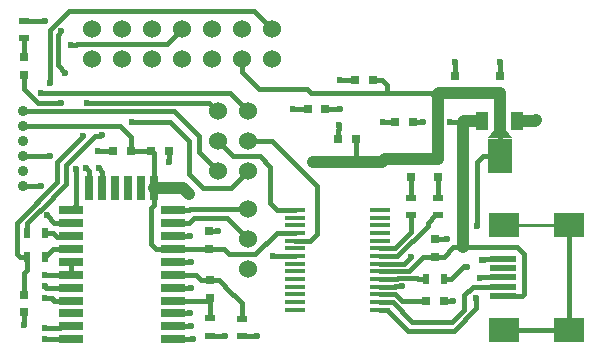
<source format=gtl>
G04 #@! TF.FileFunction,Copper,L1,Top,Signal*
%FSLAX46Y46*%
G04 Gerber Fmt 4.6, Leading zero omitted, Abs format (unit mm)*
G04 Created by KiCad (PCBNEW (2015-10-22 BZR 6274, Git d63c017)-product) date Sat Oct 24 14:44:23 2015*
%MOMM*%
G01*
G04 APERTURE LIST*
%ADD10C,0.100000*%
%ADD11R,0.750000X0.800000*%
%ADD12R,0.800000X0.750000*%
%ADD13R,2.301240X0.500380*%
%ADD14R,2.499360X1.998980*%
%ADD15R,0.797560X0.797560*%
%ADD16R,0.900000X0.500000*%
%ADD17R,0.500000X0.900000*%
%ADD18C,0.900000*%
%ADD19C,1.524000*%
%ADD20R,1.000760X1.501140*%
%ADD21R,1.998980X2.999740*%
%ADD22R,1.750000X0.450000*%
%ADD23R,2.000000X0.700000*%
%ADD24R,0.700000X2.000000*%
%ADD25C,0.600000*%
%ADD26C,0.400000*%
%ADD27C,1.000000*%
%ADD28C,0.250000*%
G04 APERTURE END LIST*
D10*
D11*
X158500000Y-105150000D03*
X158500000Y-103650000D03*
X154750000Y-105150000D03*
X154750000Y-103650000D03*
D12*
X151150000Y-107600000D03*
X149650000Y-107600000D03*
X147750000Y-104000000D03*
X146250000Y-104000000D03*
X146350000Y-109000000D03*
X144850000Y-109000000D03*
X152250000Y-122750000D03*
X153750000Y-122750000D03*
D11*
X153000000Y-119000000D03*
X153000000Y-117500000D03*
X134000000Y-122500000D03*
X134000000Y-121000000D03*
X133858000Y-118352000D03*
X133858000Y-116852000D03*
D12*
X129000000Y-110000000D03*
X130500000Y-110000000D03*
X127250000Y-110000000D03*
X125750000Y-110000000D03*
X142250000Y-106500000D03*
X143750000Y-106500000D03*
D11*
X118200000Y-122200000D03*
X118200000Y-123700000D03*
D13*
X158800680Y-122350200D03*
X158800680Y-121550100D03*
X158800680Y-120750000D03*
X158800680Y-119949900D03*
X158800680Y-119149800D03*
D14*
X158899740Y-125200080D03*
X164398840Y-125200080D03*
X158899740Y-116299920D03*
X164398840Y-116299920D03*
D15*
X151000000Y-112248600D03*
X151000000Y-110750000D03*
X153250000Y-112249300D03*
X153250000Y-110750700D03*
X118200000Y-102101400D03*
X118200000Y-103600000D03*
D16*
X133985000Y-125706000D03*
X133985000Y-124206000D03*
X136652000Y-125730000D03*
X136652000Y-124230000D03*
D17*
X120000000Y-119000000D03*
X118500000Y-119000000D03*
X120000000Y-117000000D03*
X118500000Y-117000000D03*
D18*
X118110000Y-106680000D03*
X118110000Y-107950000D03*
X118110000Y-109220000D03*
X118110000Y-110490000D03*
X118110000Y-111760000D03*
X118110000Y-113030000D03*
D19*
X139192000Y-99695000D03*
X139192000Y-102235000D03*
X136652000Y-99695000D03*
X136652000Y-102235000D03*
X134112000Y-99695000D03*
X134112000Y-102235000D03*
X131572000Y-99695000D03*
X131572000Y-102235000D03*
X129032000Y-99695000D03*
X129032000Y-102235000D03*
X126492000Y-99695000D03*
X126492000Y-102235000D03*
X123952000Y-99695000D03*
X123952000Y-102235000D03*
D17*
X152250000Y-120900000D03*
X153750000Y-120900000D03*
D16*
X151000000Y-115500000D03*
X151000000Y-114000000D03*
X153250000Y-115500000D03*
X153250000Y-114000000D03*
X118200000Y-100500000D03*
X118200000Y-99000000D03*
D20*
X160001140Y-107500000D03*
X158500000Y-107500000D03*
X156998860Y-107500000D03*
D21*
X158500000Y-110451480D03*
D10*
G36*
X157499240Y-108977010D02*
X157999620Y-108227710D01*
X159000380Y-108227710D01*
X159500760Y-108977010D01*
X157499240Y-108977010D01*
X157499240Y-108977010D01*
G37*
D22*
X141150000Y-115025000D03*
X141150000Y-115675000D03*
X141150000Y-116325000D03*
X141150000Y-116975000D03*
X141150000Y-117625000D03*
X141150000Y-118275000D03*
X141150000Y-118925000D03*
X141150000Y-119575000D03*
X141150000Y-120225000D03*
X141150000Y-120875000D03*
X141150000Y-121525000D03*
X141150000Y-122175000D03*
X141150000Y-122825000D03*
X141150000Y-123475000D03*
X148350000Y-123475000D03*
X148350000Y-122825000D03*
X148350000Y-122175000D03*
X148350000Y-121525000D03*
X148350000Y-120875000D03*
X148350000Y-120225000D03*
X148350000Y-119575000D03*
X148350000Y-118925000D03*
X148350000Y-118275000D03*
X148350000Y-117625000D03*
X148350000Y-116975000D03*
X148350000Y-116325000D03*
X148350000Y-115675000D03*
X148350000Y-115025000D03*
D23*
X130820000Y-126000000D03*
X130820000Y-124900000D03*
X130820000Y-123800000D03*
X130820000Y-122700000D03*
X130820000Y-121600000D03*
X130820000Y-120500000D03*
X130820000Y-119400000D03*
X130820000Y-118300000D03*
X130820000Y-117200000D03*
X130820000Y-116100000D03*
X130820000Y-115000000D03*
D24*
X129250000Y-113200000D03*
X128150000Y-113200000D03*
X127050000Y-113200000D03*
X125950000Y-113200000D03*
X124850000Y-113200000D03*
X123750000Y-113200000D03*
D23*
X122180000Y-115000000D03*
X122180000Y-116100000D03*
X122180000Y-117200000D03*
X122180000Y-118300000D03*
X122180000Y-119400000D03*
X122180000Y-120500000D03*
X122180000Y-121600000D03*
X122180000Y-122700000D03*
X122180000Y-123800000D03*
X122180000Y-124900000D03*
X122180000Y-126000000D03*
D19*
X134620000Y-111760000D03*
X134620000Y-109220000D03*
X134620000Y-106680000D03*
X137160000Y-106680000D03*
X137160000Y-109220000D03*
X137160000Y-111760000D03*
X137160000Y-120015000D03*
X137160000Y-117475000D03*
X137160000Y-114935000D03*
D25*
X156600000Y-116400000D03*
X155700000Y-119900000D03*
X142700000Y-111000000D03*
X132200000Y-113700000D03*
X145000000Y-104000000D03*
X145000000Y-106500000D03*
X121700000Y-103400000D03*
X121400000Y-99900000D03*
X120000000Y-99000000D03*
X144900000Y-107800000D03*
X148600000Y-107600000D03*
X158500000Y-102500000D03*
X154700000Y-102500000D03*
X161501520Y-107500000D03*
X118200000Y-124800000D03*
X137922000Y-125730000D03*
X135279000Y-125706000D03*
X134633000Y-116852000D03*
X154550000Y-122750000D03*
X139325000Y-118925000D03*
X157000000Y-119250000D03*
X154000000Y-117500000D03*
X151000000Y-119000000D03*
X150250000Y-121500000D03*
X130500000Y-111000000D03*
X124500000Y-110000000D03*
X120180000Y-115500000D03*
X132500000Y-126000000D03*
X132400000Y-124900000D03*
X132300000Y-123800000D03*
X132400000Y-121600000D03*
X132400000Y-119400000D03*
X132300000Y-117200000D03*
X124550000Y-111500000D03*
X123500000Y-111500000D03*
X120000000Y-121500000D03*
X120000000Y-120500000D03*
X120000000Y-122500000D03*
X120000000Y-125000000D03*
X120000000Y-126000000D03*
X154300000Y-107600000D03*
X152000000Y-107600000D03*
X141000000Y-106500000D03*
X127400000Y-107600000D03*
X124800000Y-108650010D03*
X123600000Y-105979990D03*
X123200000Y-108800000D03*
X156799999Y-120799999D03*
X156500000Y-122500000D03*
X122600000Y-111600000D03*
X121400000Y-105979990D03*
X122174000Y-101092000D03*
X120396000Y-104267000D03*
X120396000Y-110490000D03*
X119634000Y-113030000D03*
X119634000Y-105156000D03*
D26*
X148279183Y-105150000D02*
X149055306Y-105150000D01*
X149055306Y-105150000D02*
X153375000Y-105150000D01*
X149000000Y-104450000D02*
X149000000Y-105094694D01*
X149000000Y-105094694D02*
X149055306Y-105150000D01*
X147750000Y-104000000D02*
X148550000Y-104000000D01*
X148550000Y-104000000D02*
X149000000Y-104450000D01*
D27*
X142700000Y-111000000D02*
X146350686Y-111000000D01*
X146350686Y-111000000D02*
X148500000Y-111000000D01*
D26*
X146350000Y-109000000D02*
X146350000Y-109775000D01*
X146350000Y-109775000D02*
X146350686Y-109775686D01*
X146350686Y-109775686D02*
X146350686Y-111000000D01*
X158500000Y-108602360D02*
X158500000Y-107500000D01*
X158500000Y-107500000D02*
X158500000Y-110451480D01*
X142550000Y-105150000D02*
X148279183Y-105150000D01*
X148300000Y-105129183D02*
X148279183Y-105150000D01*
X142200000Y-104800000D02*
X142550000Y-105150000D01*
X138139370Y-104800000D02*
X142200000Y-104800000D01*
X136652000Y-102235000D02*
X136652000Y-103312630D01*
X136652000Y-103312630D02*
X138139370Y-104800000D01*
X156600000Y-116400000D02*
X156600000Y-110951990D01*
X156600000Y-110951990D02*
X157100510Y-110451480D01*
X157100510Y-110451480D02*
X158500000Y-110451480D01*
X155500000Y-119800000D02*
X155600000Y-119800000D01*
X155600000Y-119800000D02*
X155700000Y-119900000D01*
X153750000Y-120900000D02*
X154400000Y-120900000D01*
X154400000Y-120900000D02*
X155500000Y-119800000D01*
D27*
X148500000Y-111000000D02*
X148750000Y-110750000D01*
X148750000Y-110750000D02*
X151000000Y-110750000D01*
X131700000Y-113200000D02*
X132200000Y-113700000D01*
X129250000Y-113200000D02*
X131700000Y-113200000D01*
X153250000Y-110750700D02*
X151000700Y-110750700D01*
X151000700Y-110750700D02*
X151000000Y-110750000D01*
X153200000Y-105325000D02*
X153250000Y-105375000D01*
X153250000Y-105375000D02*
X153250000Y-110750700D01*
X154750000Y-105150000D02*
X153375000Y-105150000D01*
X153375000Y-105150000D02*
X153200000Y-105325000D01*
X158500000Y-105150000D02*
X154750000Y-105150000D01*
X158500000Y-105150000D02*
X158500000Y-107500000D01*
D26*
X137800000Y-118800000D02*
X139625000Y-116975000D01*
X139625000Y-116975000D02*
X141150000Y-116975000D01*
X135600000Y-118800000D02*
X137800000Y-118800000D01*
X135152000Y-118352000D02*
X135600000Y-118800000D01*
X133858000Y-118352000D02*
X135152000Y-118352000D01*
X129250000Y-113200000D02*
X129250000Y-114600000D01*
X129250000Y-114600000D02*
X129000000Y-114850000D01*
X129000000Y-114850000D02*
X129000000Y-117880000D01*
X129000000Y-117880000D02*
X129420000Y-118300000D01*
X129420000Y-118300000D02*
X130820000Y-118300000D01*
X126365000Y-107950000D02*
X127250000Y-108835000D01*
X127250000Y-108835000D02*
X127250000Y-110000000D01*
X120269000Y-107950000D02*
X126365000Y-107950000D01*
X120269000Y-107950000D02*
X120523000Y-107950000D01*
X118110000Y-107950000D02*
X120269000Y-107950000D01*
X132700000Y-118300000D02*
X132752000Y-118352000D01*
X132752000Y-118352000D02*
X133858000Y-118352000D01*
X130820000Y-118300000D02*
X132700000Y-118300000D01*
X129000000Y-110000000D02*
X127250000Y-110000000D01*
X129250000Y-113200000D02*
X129250000Y-110250000D01*
X129250000Y-110250000D02*
X129000000Y-110000000D01*
X146250000Y-104000000D02*
X145000000Y-104000000D01*
X143750000Y-106500000D02*
X145000000Y-106500000D01*
X121100001Y-102800001D02*
X121700000Y-103400000D01*
X121400000Y-99900000D02*
X121100001Y-100199999D01*
X121100001Y-100199999D02*
X121100001Y-102800001D01*
X119200000Y-99000000D02*
X120000000Y-99000000D01*
X144900000Y-108175000D02*
X144900000Y-107800000D01*
X144850000Y-109000000D02*
X144850000Y-108225000D01*
X144850000Y-108225000D02*
X144900000Y-108175000D01*
X149650000Y-107600000D02*
X148600000Y-107600000D01*
X158500000Y-102850000D02*
X158500000Y-102500000D01*
X158500000Y-103650000D02*
X158500000Y-102850000D01*
X154700000Y-102800000D02*
X154700000Y-102500000D01*
X154750000Y-103650000D02*
X154750000Y-102850000D01*
X154750000Y-102850000D02*
X154700000Y-102800000D01*
D27*
X161600000Y-107401520D02*
X161501520Y-107500000D01*
X160001140Y-107500000D02*
X161501520Y-107500000D01*
D26*
X118200000Y-99000000D02*
X119200000Y-99000000D01*
X118200000Y-124600000D02*
X118200000Y-124800000D01*
X118200000Y-123700000D02*
X118200000Y-124600000D01*
X137502000Y-125730000D02*
X137922000Y-125730000D01*
X136652000Y-125730000D02*
X137502000Y-125730000D01*
X133985000Y-125706000D02*
X135279000Y-125706000D01*
X134645000Y-116840000D02*
X134633000Y-116852000D01*
X133858000Y-116852000D02*
X134633000Y-116852000D01*
X154559000Y-122741000D02*
X154550000Y-122750000D01*
X153750000Y-122750000D02*
X154550000Y-122750000D01*
X157149860Y-119250000D02*
X157000000Y-119250000D01*
X158800680Y-119149800D02*
X157250060Y-119149800D01*
X157250060Y-119149800D02*
X157149860Y-119250000D01*
X153000000Y-117500000D02*
X154000000Y-117500000D01*
X150425000Y-119575000D02*
X151000000Y-119000000D01*
X150175000Y-119575000D02*
X150425000Y-119575000D01*
X141150000Y-118925000D02*
X139325000Y-118925000D01*
X149650000Y-121500000D02*
X150250000Y-121500000D01*
X148350000Y-121525000D02*
X149625000Y-121525000D01*
X149625000Y-121525000D02*
X149650000Y-121500000D01*
X148350000Y-119575000D02*
X150175000Y-119575000D01*
X130500000Y-110000000D02*
X130500000Y-111000000D01*
X125750000Y-110000000D02*
X124500000Y-110000000D01*
X122180000Y-116100000D02*
X120780000Y-116100000D01*
X120780000Y-116100000D02*
X120180000Y-115500000D01*
X122180000Y-119400000D02*
X122180000Y-120500000D01*
X130820000Y-126000000D02*
X132500000Y-126000000D01*
X130820000Y-124900000D02*
X132400000Y-124900000D01*
X130820000Y-123800000D02*
X132300000Y-123800000D01*
X130820000Y-121600000D02*
X132400000Y-121600000D01*
X130820000Y-119400000D02*
X132400000Y-119400000D01*
X130820000Y-117200000D02*
X132300000Y-117200000D01*
X124850000Y-113200000D02*
X124850000Y-111800000D01*
X124850000Y-111800000D02*
X124550000Y-111500000D01*
X123750000Y-111750000D02*
X123500000Y-111500000D01*
X123750000Y-113200000D02*
X123750000Y-111750000D01*
X120100000Y-121600000D02*
X120000000Y-121500000D01*
X122180000Y-121600000D02*
X120100000Y-121600000D01*
X122180000Y-120500000D02*
X120000000Y-120500000D01*
X120580000Y-122500000D02*
X120000000Y-122500000D01*
X122180000Y-122700000D02*
X120780000Y-122700000D01*
X120780000Y-122700000D02*
X120580000Y-122500000D01*
X121300000Y-125000000D02*
X120000000Y-125000000D01*
X122180000Y-124900000D02*
X121400000Y-124900000D01*
X121400000Y-124900000D02*
X121300000Y-125000000D01*
X120780000Y-126000000D02*
X120000000Y-126000000D01*
X122180000Y-126000000D02*
X120780000Y-126000000D01*
X154300000Y-107600000D02*
X155398480Y-107600000D01*
X155398480Y-107600000D02*
X155400000Y-107598480D01*
X151150000Y-107600000D02*
X152000000Y-107600000D01*
D27*
X155400000Y-118200000D02*
X155400000Y-107598480D01*
X155400000Y-107598480D02*
X155498480Y-107500000D01*
X155498480Y-107500000D02*
X156998860Y-107500000D01*
D26*
X155400000Y-118200000D02*
X160000000Y-118200000D01*
X154575000Y-118200000D02*
X155400000Y-118200000D01*
X153000000Y-119000000D02*
X153775000Y-119000000D01*
X153775000Y-119000000D02*
X154575000Y-118200000D01*
X160000000Y-118200000D02*
X160549519Y-118749519D01*
X160549519Y-118749519D02*
X160549519Y-122151981D01*
X160549519Y-122151981D02*
X160351300Y-122350200D01*
X160351300Y-122350200D02*
X158800680Y-122350200D01*
X150824990Y-120175010D02*
X152000000Y-119000000D01*
X152000000Y-119000000D02*
X153000000Y-119000000D01*
X148350000Y-120225000D02*
X149520002Y-120225000D01*
X149520002Y-120225000D02*
X149569992Y-120175010D01*
X149569992Y-120175010D02*
X150824990Y-120175010D01*
X148350000Y-122175000D02*
X149625000Y-122175000D01*
X149625000Y-122175000D02*
X150200000Y-122750000D01*
X150200000Y-122750000D02*
X151450000Y-122750000D01*
X151450000Y-122750000D02*
X152250000Y-122750000D01*
X134000000Y-122500000D02*
X134000000Y-124191000D01*
X134000000Y-124191000D02*
X133985000Y-124206000D01*
X130820000Y-122700000D02*
X133800000Y-122700000D01*
X133800000Y-122700000D02*
X134000000Y-122500000D01*
X135255000Y-121539000D02*
X136652000Y-122936000D01*
X136652000Y-122936000D02*
X136652000Y-124230000D01*
X135255000Y-121480000D02*
X135255000Y-121539000D01*
X134000000Y-121000000D02*
X134775000Y-121000000D01*
X134775000Y-121000000D02*
X135255000Y-121480000D01*
X132750000Y-120500000D02*
X132750000Y-120525000D01*
X132750000Y-120525000D02*
X133225000Y-121000000D01*
X133225000Y-121000000D02*
X134000000Y-121000000D01*
X130820000Y-120500000D02*
X132750000Y-120500000D01*
X142250000Y-106500000D02*
X141000000Y-106500000D01*
X127400000Y-107600000D02*
X130600000Y-107600000D01*
X130600000Y-107600000D02*
X132200000Y-109200000D01*
X132200000Y-109200000D02*
X132200000Y-112000000D01*
X132200000Y-112000000D02*
X133400000Y-113200000D01*
X133400000Y-113200000D02*
X135720000Y-113200000D01*
X135720000Y-113200000D02*
X137160000Y-111760000D01*
X124200000Y-108800000D02*
X124650010Y-108800000D01*
X124650010Y-108800000D02*
X124800000Y-108650010D01*
X121800000Y-111200000D02*
X124200000Y-108800000D01*
X121800000Y-112800000D02*
X121800000Y-111200000D01*
X120650000Y-114000000D02*
X120650000Y-113950000D01*
X120650000Y-113950000D02*
X121800000Y-112800000D01*
X118500000Y-117000000D02*
X118500000Y-116150000D01*
X118500000Y-116150000D02*
X120650000Y-114000000D01*
X118500000Y-120100000D02*
X118200000Y-120400000D01*
X118200000Y-120400000D02*
X118200000Y-122200000D01*
X118500000Y-119000000D02*
X118500000Y-120100000D01*
X123600000Y-105979990D02*
X133919990Y-105979990D01*
X133919990Y-105979990D02*
X134620000Y-106680000D01*
X121096001Y-110903999D02*
X123200000Y-108800000D01*
X121000000Y-111000000D02*
X121096001Y-110903999D01*
X121000000Y-112700002D02*
X121000000Y-111000000D01*
X117600000Y-118750000D02*
X117600000Y-116100002D01*
X117600000Y-116100002D02*
X121000000Y-112700002D01*
X118500000Y-119000000D02*
X117850000Y-119000000D01*
X117850000Y-119000000D02*
X117600000Y-118750000D01*
X155500000Y-122250000D02*
X156199900Y-121550100D01*
X156199900Y-121550100D02*
X158800680Y-121550100D01*
X155500000Y-123500000D02*
X155500000Y-122250000D01*
X154500000Y-124500000D02*
X155500000Y-123500000D01*
X151101458Y-124500000D02*
X154500000Y-124500000D01*
X148350000Y-122825000D02*
X149426458Y-122825000D01*
X149426458Y-122825000D02*
X151101458Y-124500000D01*
X158800680Y-120750000D02*
X156849998Y-120750000D01*
X156849998Y-120750000D02*
X156799999Y-120799999D01*
X156500000Y-123348542D02*
X156500000Y-122500000D01*
X150775000Y-125250000D02*
X154598542Y-125250000D01*
X154598542Y-125250000D02*
X156500000Y-123348542D01*
X148350000Y-123475000D02*
X149000000Y-123475000D01*
X149000000Y-123475000D02*
X150775000Y-125250000D01*
X164398840Y-125200080D02*
X158899740Y-125200080D01*
X164398840Y-116299920D02*
X164398840Y-117699410D01*
X164398840Y-117699410D02*
X164398840Y-125200080D01*
D28*
X158899740Y-116299920D02*
X164398840Y-116299920D01*
D26*
X151000000Y-114000000D02*
X151000000Y-112248600D01*
X153250000Y-112249300D02*
X153250000Y-114000000D01*
X118200000Y-102101400D02*
X118200000Y-100500000D01*
X122600000Y-111600000D02*
X122600000Y-114580000D01*
X122600000Y-114580000D02*
X122180000Y-115000000D01*
X119441998Y-106000000D02*
X121379990Y-106000000D01*
X121379990Y-106000000D02*
X121400000Y-105979990D01*
X118200000Y-103600000D02*
X118200000Y-104758002D01*
X118200000Y-104758002D02*
X119441998Y-106000000D01*
X120700000Y-118300000D02*
X120000000Y-119000000D01*
X122180000Y-118300000D02*
X120700000Y-118300000D01*
X121000000Y-117350000D02*
X122030000Y-117350000D01*
X122030000Y-117350000D02*
X122180000Y-117200000D01*
X120000000Y-117000000D02*
X120650000Y-117000000D01*
X120650000Y-117000000D02*
X121000000Y-117350000D01*
X118110000Y-106680000D02*
X130920000Y-106680000D01*
X130920000Y-106680000D02*
X133000000Y-108760000D01*
X133000000Y-108760000D02*
X133000000Y-110140000D01*
X133000000Y-110140000D02*
X134620000Y-111760000D01*
X122725264Y-100965000D02*
X130302000Y-100965000D01*
X130302000Y-100965000D02*
X131572000Y-99695000D01*
X122174000Y-101092000D02*
X122598264Y-101092000D01*
X122598264Y-101092000D02*
X122725264Y-100965000D01*
X122047000Y-98171000D02*
X137668000Y-98171000D01*
X137668000Y-98171000D02*
X139192000Y-99695000D01*
X120396000Y-99822000D02*
X122047000Y-98171000D01*
X120396000Y-104267000D02*
X120396000Y-99822000D01*
X118746396Y-110490000D02*
X120396000Y-110490000D01*
X118110000Y-110490000D02*
X118746396Y-110490000D01*
X118746396Y-113030000D02*
X119634000Y-113030000D01*
X118110000Y-113030000D02*
X118746396Y-113030000D01*
X135636000Y-105156000D02*
X119634000Y-105156000D01*
X137160000Y-106680000D02*
X135636000Y-105156000D01*
X139065000Y-114427000D02*
X139663000Y-115025000D01*
X139663000Y-115025000D02*
X141150000Y-115025000D01*
X139065000Y-111379000D02*
X139065000Y-114427000D01*
X138176000Y-110490000D02*
X139065000Y-111379000D01*
X135890000Y-110490000D02*
X138176000Y-110490000D01*
X134620000Y-109220000D02*
X135890000Y-110490000D01*
X143000000Y-113000000D02*
X139220000Y-109220000D01*
X139220000Y-109220000D02*
X137160000Y-109220000D01*
X143000000Y-117050000D02*
X143000000Y-113000000D01*
X141150000Y-117625000D02*
X142425001Y-117624999D01*
X142425001Y-117624999D02*
X143000000Y-117050000D01*
X132588000Y-115697000D02*
X132588000Y-115732000D01*
X132588000Y-115732000D02*
X132220000Y-116100000D01*
X132220000Y-116100000D02*
X130820000Y-116100000D01*
X135382000Y-115697000D02*
X132588000Y-115697000D01*
X137160000Y-117475000D02*
X135382000Y-115697000D01*
X130820000Y-115000000D02*
X132220000Y-115000000D01*
X132220000Y-115000000D02*
X132285000Y-114935000D01*
X132285000Y-114935000D02*
X137160000Y-114935000D01*
X148350000Y-120875000D02*
X149838998Y-120875000D01*
X149913999Y-120799999D02*
X151499999Y-120799999D01*
X149838998Y-120875000D02*
X149913999Y-120799999D01*
X151499999Y-120799999D02*
X151600000Y-120900000D01*
X151600000Y-120900000D02*
X152250000Y-120900000D01*
X148350000Y-118275000D02*
X149625000Y-118275000D01*
X149625000Y-118275000D02*
X151000000Y-116900000D01*
X151000000Y-116900000D02*
X151000000Y-116150000D01*
X151000000Y-116150000D02*
X151000000Y-115500000D01*
X148350000Y-118925000D02*
X149825000Y-118925000D01*
X149825000Y-118925000D02*
X152400000Y-116350000D01*
X152400000Y-116350000D02*
X152400000Y-116150000D01*
X152400000Y-116150000D02*
X153050000Y-115500000D01*
X153050000Y-115500000D02*
X153250000Y-115500000D01*
M02*

</source>
